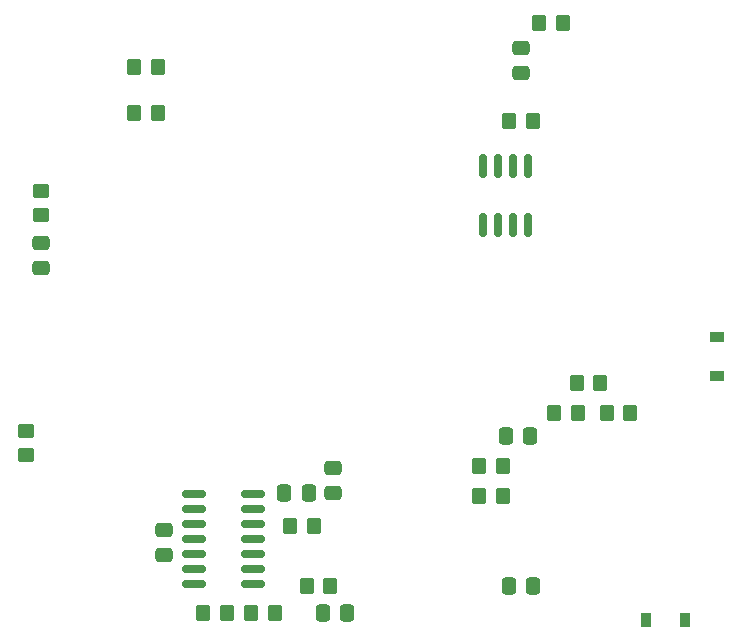
<source format=gtp>
G04 #@! TF.GenerationSoftware,KiCad,Pcbnew,(6.0.5)*
G04 #@! TF.CreationDate,2022-05-30T10:59:04+08:00*
G04 #@! TF.ProjectId,miniaf1,6d696e69-6166-4312-9e6b-696361645f70,rev?*
G04 #@! TF.SameCoordinates,Original*
G04 #@! TF.FileFunction,Paste,Top*
G04 #@! TF.FilePolarity,Positive*
%FSLAX46Y46*%
G04 Gerber Fmt 4.6, Leading zero omitted, Abs format (unit mm)*
G04 Created by KiCad (PCBNEW (6.0.5)) date 2022-05-30 10:59:04*
%MOMM*%
%LPD*%
G01*
G04 APERTURE LIST*
G04 Aperture macros list*
%AMRoundRect*
0 Rectangle with rounded corners*
0 $1 Rounding radius*
0 $2 $3 $4 $5 $6 $7 $8 $9 X,Y pos of 4 corners*
0 Add a 4 corners polygon primitive as box body*
4,1,4,$2,$3,$4,$5,$6,$7,$8,$9,$2,$3,0*
0 Add four circle primitives for the rounded corners*
1,1,$1+$1,$2,$3*
1,1,$1+$1,$4,$5*
1,1,$1+$1,$6,$7*
1,1,$1+$1,$8,$9*
0 Add four rect primitives between the rounded corners*
20,1,$1+$1,$2,$3,$4,$5,0*
20,1,$1+$1,$4,$5,$6,$7,0*
20,1,$1+$1,$6,$7,$8,$9,0*
20,1,$1+$1,$8,$9,$2,$3,0*%
G04 Aperture macros list end*
%ADD10RoundRect,0.250000X-0.350000X-0.450000X0.350000X-0.450000X0.350000X0.450000X-0.350000X0.450000X0*%
%ADD11RoundRect,0.250000X-0.450000X0.350000X-0.450000X-0.350000X0.450000X-0.350000X0.450000X0.350000X0*%
%ADD12RoundRect,0.250000X0.350000X0.450000X-0.350000X0.450000X-0.350000X-0.450000X0.350000X-0.450000X0*%
%ADD13RoundRect,0.250000X-0.337500X-0.475000X0.337500X-0.475000X0.337500X0.475000X-0.337500X0.475000X0*%
%ADD14RoundRect,0.250000X-0.475000X0.337500X-0.475000X-0.337500X0.475000X-0.337500X0.475000X0.337500X0*%
%ADD15R,1.200000X0.900000*%
%ADD16RoundRect,0.150000X0.150000X-0.825000X0.150000X0.825000X-0.150000X0.825000X-0.150000X-0.825000X0*%
%ADD17RoundRect,0.150000X-0.825000X-0.150000X0.825000X-0.150000X0.825000X0.150000X-0.825000X0.150000X0*%
%ADD18R,0.900000X1.200000*%
%ADD19RoundRect,0.250000X0.337500X0.475000X-0.337500X0.475000X-0.337500X-0.475000X0.337500X-0.475000X0*%
%ADD20RoundRect,0.250000X0.475000X-0.337500X0.475000X0.337500X-0.475000X0.337500X-0.475000X-0.337500X0*%
G04 APERTURE END LIST*
D10*
X122190000Y-66040000D03*
X124190000Y-66040000D03*
D11*
X81280000Y-92345000D03*
X81280000Y-94345000D03*
D12*
X102346000Y-107696000D03*
X100346000Y-107696000D03*
X107045000Y-105410000D03*
X105045000Y-105410000D03*
X129905000Y-88265000D03*
X127905000Y-88265000D03*
D10*
X90440000Y-65405000D03*
X92440000Y-65405000D03*
D13*
X121920000Y-92710000D03*
X123995000Y-92710000D03*
D14*
X92950000Y-100722500D03*
X92950000Y-102797500D03*
D15*
X139750000Y-87680000D03*
X139750000Y-84380000D03*
D12*
X105648000Y-100330000D03*
X103648000Y-100330000D03*
D16*
X119975000Y-74865000D03*
X121245000Y-74865000D03*
X122515000Y-74865000D03*
X123785000Y-74865000D03*
X123785000Y-69915000D03*
X122515000Y-69915000D03*
X121245000Y-69915000D03*
X119975000Y-69915000D03*
D14*
X82550000Y-76432500D03*
X82550000Y-78507500D03*
D12*
X126730000Y-57785000D03*
X124730000Y-57785000D03*
D17*
X95530000Y-97620000D03*
X95530000Y-98890000D03*
X95530000Y-100160000D03*
X95530000Y-101430000D03*
X95530000Y-102700000D03*
X95530000Y-103970000D03*
X95530000Y-105240000D03*
X100480000Y-105240000D03*
X100480000Y-103970000D03*
X100480000Y-102700000D03*
X100480000Y-101430000D03*
X100480000Y-100160000D03*
X100480000Y-98890000D03*
X100480000Y-97620000D03*
D18*
X137060000Y-108290000D03*
X133760000Y-108290000D03*
D10*
X126000000Y-90805000D03*
X128000000Y-90805000D03*
D19*
X105240000Y-97600000D03*
X103165000Y-97600000D03*
D20*
X107315000Y-97557500D03*
X107315000Y-95482500D03*
X123190000Y-61997500D03*
X123190000Y-59922500D03*
D11*
X82550000Y-72025000D03*
X82550000Y-74025000D03*
D12*
X98282000Y-107696000D03*
X96282000Y-107696000D03*
D19*
X124227500Y-105410000D03*
X122152500Y-105410000D03*
D10*
X119650000Y-97790000D03*
X121650000Y-97790000D03*
X90440000Y-61468000D03*
X92440000Y-61468000D03*
D12*
X121650000Y-95250000D03*
X119650000Y-95250000D03*
D19*
X106404500Y-107696000D03*
X108479500Y-107696000D03*
D12*
X132445000Y-90805000D03*
X130445000Y-90805000D03*
M02*

</source>
